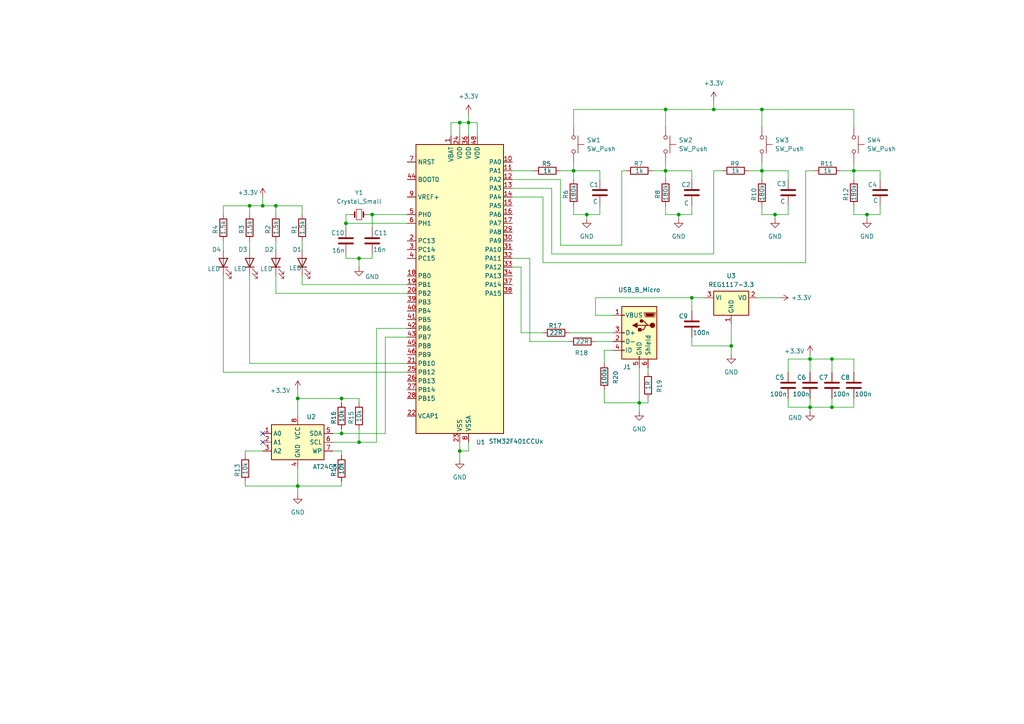
<source format=kicad_sch>
(kicad_sch (version 20250114) (generator "eeschema") (generator_version "9.0")
  (paper "A4")
  (lib_symbols
    (symbol "Connector:USB_B_Micro" (pin_names (offset 1.016))
      (property "Reference" "J" (at -5.08 11.43 0))
      (property "Value" "USB_B_Micro" (at -5.08 8.89 0))
      (symbol "USB_B_Micro_0_1"
        (rectangle (start -5.08 -7.62) (end 5.08 7.62) (stroke (width 0.254)) (fill (type background)))
        (polyline (pts (xy -4.699 5.842) (xy -4.699 5.588) (xy -4.445 4.826) (xy -4.445 4.572) (xy -1.651 4.572) (xy -1.651 4.826) (xy -1.397 5.588) (xy -1.397 5.842) (xy -4.699 5.842)))
        (polyline (pts (xy -4.318 5.588) (xy -1.778 5.588) (xy -2.032 4.826) (xy -4.064 4.826) (xy -4.318 5.588)) (fill (type outline)))
        (circle (center -3.81 2.159) (radius 0.635) (stroke (width 0.254)) (fill (type outline)))
        (polyline (pts (xy -3.175 2.159) (xy -2.54 2.159) (xy -1.27 3.429) (xy -0.635 3.429)) (stroke (width 0.254)))
        (polyline (pts (xy -2.54 2.159) (xy -1.905 2.159) (xy -1.27 0.889) (xy 0 0.889)) (stroke (width 0.254)))
        (polyline (pts (xy -1.905 2.159) (xy 0.635 2.159)) (stroke (width 0.254)))
        (circle (center -0.635 3.429) (radius 0.381) (stroke (width 0.254)) (fill (type outline)))
        (rectangle (start -0.127 -7.62) (end 0.127 -6.858))
        (rectangle (start 0.254 1.27) (end -0.508 0.508) (stroke (width 0.254)) (fill (type outline)))
        (polyline (pts (xy 0.635 2.794) (xy 0.635 1.524) (xy 1.905 2.159) (xy 0.635 2.794)) (stroke (width 0.254)) (fill (type outline)))
        (rectangle (start 5.08 4.953) (end 4.318 5.207))
        (rectangle (start 5.08 -0.127) (end 4.318 0.127))
        (rectangle (start 5.08 -2.667) (end 4.318 -2.413))
        (rectangle (start 5.08 -5.207) (end 4.318 -4.953))
      )
      (symbol "USB_B_Micro_1_1"
        (pin passive line (at -2.54 -10.16 90) (length 2.54) (name "Shield") (number "6"))
        (pin power_out line (at 0 -10.16 90) (length 2.54) (name "GND") (number "5"))
        (pin power_out line (at 7.62 5.08 180) (length 2.54) (name "VBUS") (number "1"))
        (pin bidirectional line (at 7.62 0 180) (length 2.54) (name "D+") (number "3"))
        (pin bidirectional line (at 7.62 -2.54 180) (length 2.54) (name "D-") (number "2"))
        (pin passive line (at 7.62 -5.08 180) (length 2.54) (name "ID") (number "4"))
      )
    )
    (symbol "Device:C" (pin_numbers (hide yes)) (pin_names (offset 0.254))
      (property "Reference" "C" (at 0.635 2.54 0))
      (property "Value" "C" (at 0.635 -2.54 0))
      (symbol "C_0_1"
        (polyline (pts (xy -2.032 0.762) (xy 2.032 0.762)) (stroke (width 0.508)))
        (polyline (pts (xy -2.032 -0.762) (xy 2.032 -0.762)) (stroke (width 0.508)))
      )
      (symbol "C_1_1"
        (pin passive line (at 0 3.81 270) (length 2.794) (name "~") (number "1"))
        (pin passive line (at 0 -3.81 90) (length 2.794) (name "~") (number "2"))
      )
    )
    (symbol "Device:Crystal_Small" (pin_numbers (hide yes)) (pin_names (offset 1.016) (hide yes))
      (property "Reference" "Y" (at 0 2.54 0))
      (property "Value" "Crystal_Small" (at 0 -2.54 0))
      (symbol "Crystal_Small_0_1"
        (polyline (pts (xy -1.27 -0.762) (xy -1.27 0.762)) (stroke (width 0.381)))
        (rectangle (start -0.762 -1.524) (end 0.762 1.524))
        (polyline (pts (xy 1.27 -0.762) (xy 1.27 0.762)) (stroke (width 0.381)))
      )
      (symbol "Crystal_Small_1_1"
        (pin passive line (at -2.54 0 0) (length 1.27) (name "1") (number "1"))
        (pin passive line (at 2.54 0 180) (length 1.27) (name "2") (number "2"))
      )
    )
    (symbol "Device:LED" (pin_numbers (hide yes)) (pin_names (offset 1.016) (hide yes))
      (property "Reference" "D" (at 0 2.54 0))
      (property "Value" "LED" (at 0 -2.54 0))
      (symbol "LED_0_1"
        (polyline (pts (xy -3.048 -0.762) (xy -4.572 -2.286) (xy -3.81 -2.286) (xy -4.572 -2.286) (xy -4.572 -1.524)))
        (polyline (pts (xy -1.778 -0.762) (xy -3.302 -2.286) (xy -2.54 -2.286) (xy -3.302 -2.286) (xy -3.302 -1.524)))
        (polyline (pts (xy -1.27 0) (xy 1.27 0)))
        (polyline (pts (xy -1.27 -1.27) (xy -1.27 1.27)) (stroke (width 0.254)))
        (polyline (pts (xy 1.27 -1.27) (xy 1.27 1.27) (xy -1.27 0) (xy 1.27 -1.27)) (stroke (width 0.254)))
      )
      (symbol "LED_1_1"
        (pin passive line (at -3.81 0 0) (length 2.54) (name "K") (number "1"))
        (pin passive line (at 3.81 0 180) (length 2.54) (name "A") (number "2"))
      )
    )
    (symbol "Device:R" (pin_numbers (hide yes)) (pin_names (offset 0))
      (property "Reference" "R" (at 2.032 0 90))
      (property "Value" "R" (at 0 0 90))
      (symbol "R_0_1"
        (rectangle (start -1.016 -2.54) (end 1.016 2.54) (stroke (width 0.254)))
      )
      (symbol "R_1_1"
        (pin passive line (at 0 3.81 270) (length 1.27) (name "~") (number "1"))
        (pin passive line (at 0 -3.81 90) (length 1.27) (name "~") (number "2"))
      )
    )
    (symbol "MCU_ST_STM32F4:STM32F401CCUx"
      (property "Reference" "U" (at -12.7 44.45 0))
      (property "Value" "STM32F401CCUx" (at 7.62 44.45 0))
      (symbol "STM32F401CCUx_0_1"
        (rectangle (start -12.7 -40.64) (end 12.7 43.18) (stroke (width 0.254)) (fill (type background)))
      )
      (symbol "STM32F401CCUx_1_1"
        (pin input line (at -15.24 38.1 0) (length 2.54) (name "NRST") (number "7"))
        (pin input line (at -15.24 33.02 0) (length 2.54) (name "BOOT0") (number "44"))
        (pin input line (at -15.24 27.94 0) (length 2.54) (name "VREF+") (number "9"))
        (pin bidirectional line (at -15.24 22.86 0) (length 2.54) (name "PH0") (number "5"))
        (pin bidirectional line (at -15.24 20.32 0) (length 2.54) (name "PH1") (number "6"))
        (pin bidirectional line (at -15.24 15.24 0) (length 2.54) (name "PC13") (number "2"))
        (pin bidirectional line (at -15.24 12.7 0) (length 2.54) (name "PC14") (number "3"))
        (pin bidirectional line (at -15.24 10.16 0) (length 2.54) (name "PC15") (number "4"))
        (pin bidirectional line (at -15.24 5.08 0) (length 2.54) (name "PB0") (number "18"))
        (pin bidirectional line (at -15.24 2.54 0) (length 2.54) (name "PB1") (number "19"))
        (pin bidirectional line (at -15.24 0 0) (length 2.54) (name "PB2") (number "20"))
        (pin bidirectional line (at -15.24 -2.54 0) (length 2.54) (name "PB3") (number "39"))
        (pin bidirectional line (at -15.24 -5.08 0) (length 2.54) (name "PB4") (number "40"))
        (pin bidirectional line (at -15.24 -7.62 0) (length 2.54) (name "PB5") (number "41"))
        (pin bidirectional line (at -15.24 -10.16 0) (length 2.54) (name "PB6") (number "42"))
        (pin bidirectional line (at -15.24 -12.7 0) (length 2.54) (name "PB7") (number "43"))
        (pin bidirectional line (at -15.24 -15.24 0) (length 2.54) (name "PB8") (number "45"))
        (pin bidirectional line (at -15.24 -17.78 0) (length 2.54) (name "PB9") (number "46"))
        (pin bidirectional line (at -15.24 -20.32 0) (length 2.54) (name "PB10") (number "21"))
        (pin bidirectional line (at -15.24 -22.86 0) (length 2.54) (name "PB12") (number "25"))
        (pin bidirectional line (at -15.24 -25.4 0) (length 2.54) (name "PB13") (number "26"))
        (pin bidirectional line (at -15.24 -27.94 0) (length 2.54) (name "PB14") (number "27"))
        (pin bidirectional line (at -15.24 -30.48 0) (length 2.54) (name "PB15") (number "28"))
        (pin power_out line (at -15.24 -35.56 0) (length 2.54) (name "VCAP1") (number "22"))
        (pin power_in line (at -2.54 45.72 270) (length 2.54) (name "VBAT") (number "1"))
        (pin power_in line (at 0 45.72 270) (length 2.54) (name "VDD") (number "24"))
        (pin power_in line (at 0 -43.18 90) (length 2.54) (name "VSS") (number "23"))
        (pin passive line (at 0 -43.18 90) (length 2.54) (hide yes) (name "VSS") (number "35"))
        (pin passive line (at 0 -43.18 90) (length 2.54) (hide yes) (name "VSS") (number "47"))
        (pin passive line (at 0 -43.18 90) (length 2.54) (hide yes) (name "VSS") (number "49"))
        (pin power_in line (at 2.54 45.72 270) (length 2.54) (name "VDD") (number "36"))
        (pin power_in line (at 2.54 -43.18 90) (length 2.54) (name "VSSA") (number "8"))
        (pin power_in line (at 5.08 45.72 270) (length 2.54) (name "VDD") (number "48"))
        (pin bidirectional line (at 15.24 38.1 180) (length 2.54) (name "PA0") (number "10"))
        (pin bidirectional line (at 15.24 35.56 180) (length 2.54) (name "PA1") (number "11"))
        (pin bidirectional line (at 15.24 33.02 180) (length 2.54) (name "PA2") (number "12"))
        (pin bidirectional line (at 15.24 30.48 180) (length 2.54) (name "PA3") (number "13"))
        (pin bidirectional line (at 15.24 27.94 180) (length 2.54) (name "PA4") (number "14"))
        (pin bidirectional line (at 15.24 25.4 180) (length 2.54) (name "PA5") (number "15"))
        (pin bidirectional line (at 15.24 22.86 180) (length 2.54) (name "PA6") (number "16"))
        (pin bidirectional line (at 15.24 20.32 180) (length 2.54) (name "PA7") (number "17"))
        (pin bidirectional line (at 15.24 17.78 180) (length 2.54) (name "PA8") (number "29"))
        (pin bidirectional line (at 15.24 15.24 180) (length 2.54) (name "PA9") (number "30"))
        (pin bidirectional line (at 15.24 12.7 180) (length 2.54) (name "PA10") (number "31"))
        (pin bidirectional line (at 15.24 10.16 180) (length 2.54) (name "PA11") (number "32"))
        (pin bidirectional line (at 15.24 7.62 180) (length 2.54) (name "PA12") (number "33"))
        (pin bidirectional line (at 15.24 5.08 180) (length 2.54) (name "PA13") (number "34"))
        (pin bidirectional line (at 15.24 2.54 180) (length 2.54) (name "PA14") (number "37"))
        (pin bidirectional line (at 15.24 0 180) (length 2.54) (name "PA15") (number "38"))
      )
    )
    (symbol "Memory_EEPROM:AT24CS32-MAHM"
      (property "Reference" "U" (at -7.62 6.35 0))
      (property "Value" "AT24CS32-MAHM" (at 2.54 -6.35 0))
      (symbol "AT24CS32-MAHM_1_1"
        (rectangle (start -7.62 5.08) (end 7.62 -5.08) (stroke (width 0.254)) (fill (type background)))
        (pin input line (at -10.16 2.54 0) (length 2.54) (name "A0") (number "1"))
        (pin input line (at -10.16 0 0) (length 2.54) (name "A1") (number "2"))
        (pin input line (at -10.16 -2.54 0) (length 2.54) (name "A2") (number "3"))
        (pin power_in line (at 0 7.62 270) (length 2.54) (name "VCC") (number "8"))
        (pin power_in line (at 0 -7.62 90) (length 2.54) (name "GND") (number "4"))
        (pin passive line (at 0 -7.62 90) (length 2.54) (hide yes) (name "GND") (number "9"))
        (pin bidirectional line (at 10.16 2.54 180) (length 2.54) (name "SDA") (number "5"))
        (pin input line (at 10.16 0 180) (length 2.54) (name "SCL") (number "6"))
        (pin input line (at 10.16 -2.54 180) (length 2.54) (name "WP") (number "7"))
      )
    )
    (symbol "Regulator_Linear:AMS1117-3.3"
      (property "Reference" "U" (at -3.81 3.175 0))
      (property "Value" "AMS1117-3.3" (at 0 3.175 0))
      (symbol "AMS1117-3.3_0_1"
        (rectangle (start -5.08 -5.08) (end 5.08 1.905) (stroke (width 0.254)) (fill (type background)))
      )
      (symbol "AMS1117-3.3_1_1"
        (pin power_in line (at -7.62 0 0) (length 2.54) (name "VI") (number "3"))
        (pin power_in line (at 0 -7.62 90) (length 2.54) (name "GND") (number "1"))
        (pin power_out line (at 7.62 0 180) (length 2.54) (name "VO") (number "2"))
      )
    )
    (symbol "Switch:SW_Push" (pin_numbers (hide yes)) (pin_names (offset 1.016) (hide yes))
      (property "Reference" "SW" (at 1.27 2.54 0))
      (property "Value" "SW_Push" (at 0 -1.524 0))
      (symbol "SW_Push_0_1"
        (circle (center -2.032 0) (radius 0.508))
        (polyline (pts (xy 0 1.27) (xy 0 3.048)))
        (circle (center 2.032 0) (radius 0.508))
        (polyline (pts (xy 2.54 1.27) (xy -2.54 1.27)))
        (pin passive line (at -5.08 0 0) (length 2.54) (name "1") (number "1"))
        (pin passive line (at 5.08 0 180) (length 2.54) (name "2") (number "2"))
      )
    )
    (symbol "power:+3.3V" (power) (pin_numbers (hide yes)) (pin_names (offset 0) (hide yes))
      (property "Value" "+3.3V" (at 0 3.556 0))
      (symbol "+3.3V_0_1"
        (polyline (pts (xy -0.762 1.27) (xy 0 2.54)))
        (polyline (pts (xy 0 2.54) (xy 0.762 1.27)))
        (polyline (pts (xy 0 0) (xy 0 2.54)))
      )
      (symbol "+3.3V_1_1"
        (pin power_in line (at 0 0 90) (length 0) (name "~") (number "1"))
      )
    )
    (symbol "power:GND" (power) (pin_numbers (hide yes)) (pin_names (offset 0) (hide yes))
      (property "Value" "GND" (at 0 -3.81 0))
      (symbol "GND_0_1"
        (polyline (pts (xy 0 0) (xy 0 -1.27) (xy 1.27 -1.27) (xy 0 -2.54) (xy -1.27 -1.27) (xy 0 -1.27)))
      )
      (symbol "GND_1_1"
        (pin power_in line (at 0 0 270) (length 0) (name "~") (number "1"))
      )
    )
  )
  (junction (at 196.85 62.23))
  (junction (at 133.35 35.56))
  (junction (at 200.66 86.36))
  (junction (at 207.01 31.75))
  (junction (at 234.95 104.14))
  (junction (at 234.95 118.11))
  (junction (at 99.06 115.57))
  (junction (at 135.89 35.56))
  (junction (at 76.2 59.69))
  (junction (at 247.65 49.53))
  (junction (at 241.3 118.11))
  (junction (at 80.01 59.69))
  (junction (at 107.95 62.23))
  (junction (at 193.04 31.75))
  (junction (at 72.39 59.69))
  (junction (at 133.35 130.81))
  (junction (at 104.14 128.27))
  (junction (at 170.18 62.23))
  (junction (at 251.46 62.23))
  (junction (at 224.79 62.23))
  (junction (at 99.06 125.73))
  (junction (at 100.33 64.77))
  (junction (at 104.14 74.93))
  (junction (at 86.36 115.57))
  (junction (at 241.3 104.14))
  (junction (at 193.04 49.53))
  (junction (at 166.37 49.53))
  (junction (at 185.42 116.84))
  (junction (at 212.09 100.33))
  (junction (at 86.36 140.97))
  (junction (at 220.98 49.53))
  (junction (at 220.98 31.75))
  (no_connect (at 76.2 128.27))
  (no_connect (at 76.2 125.73))
  (wire (pts (xy 220.98 62.23) (xy 224.79 62.23)))
  (wire (pts (xy 228.6 118.11) (xy 234.95 118.11)))
  (wire (pts (xy 162.56 49.53) (xy 166.37 49.53)))
  (wire (pts (xy 228.6 52.07) (xy 228.6 49.53)))
  (wire (pts (xy 165.1 96.52) (xy 177.8 96.52)))
  (wire (pts (xy 86.36 140.97) (xy 86.36 143.51)))
  (wire (pts (xy 99.06 125.73) (xy 111.76 125.73)))
  (wire (pts (xy 104.14 74.93) (xy 104.14 77.47)))
  (wire (pts (xy 133.35 35.56) (xy 133.35 39.37)))
  (wire (pts (xy 180.34 49.53) (xy 181.61 49.53)))
  (wire (pts (xy 243.84 49.53) (xy 247.65 49.53)))
  (wire (pts (xy 228.6 107.95) (xy 228.6 104.14)))
  (wire (pts (xy 100.33 64.77) (xy 100.33 66.04)))
  (wire (pts (xy 247.65 62.23) (xy 251.46 62.23)))
  (wire (pts (xy 193.04 46.99) (xy 193.04 49.53)))
  (wire (pts (xy 162.56 71.12) (xy 180.34 71.12)))
  (wire (pts (xy 72.39 105.41) (xy 72.39 80.01)))
  (wire (pts (xy 233.68 76.2) (xy 233.68 49.53)))
  (wire (pts (xy 86.36 113.03) (xy 86.36 115.57)))
  (wire (pts (xy 71.12 132.08) (xy 71.12 130.81)))
  (wire (pts (xy 228.6 104.14) (xy 234.95 104.14)))
  (wire (pts (xy 220.98 31.75) (xy 247.65 31.75)))
  (wire (pts (xy 87.63 59.69) (xy 87.63 62.23)))
  (wire (pts (xy 133.35 130.81) (xy 135.89 130.81)))
  (wire (pts (xy 166.37 49.53) (xy 166.37 52.07)))
  (wire (pts (xy 234.95 104.14) (xy 234.95 107.95)))
  (wire (pts (xy 170.18 62.23) (xy 173.99 62.23)))
  (wire (pts (xy 100.33 64.77) (xy 118.11 64.77)))
  (wire (pts (xy 71.12 130.81) (xy 76.2 130.81)))
  (wire (pts (xy 148.59 52.07) (xy 162.56 52.07)))
  (wire (pts (xy 241.3 104.14) (xy 241.3 107.95)))
  (wire (pts (xy 175.26 113.03) (xy 175.26 116.84)))
  (wire (pts (xy 247.65 31.75) (xy 247.65 36.83)))
  (wire (pts (xy 217.17 49.53) (xy 220.98 49.53)))
  (wire (pts (xy 196.85 63.5) (xy 196.85 62.23)))
  (wire (pts (xy 71.12 139.7) (xy 71.12 140.97)))
  (wire (pts (xy 166.37 46.99) (xy 166.37 49.53)))
  (wire (pts (xy 160.02 54.61) (xy 160.02 73.66)))
  (wire (pts (xy 187.96 116.84) (xy 187.96 115.57)))
  (wire (pts (xy 172.72 91.44) (xy 172.72 86.36)))
  (wire (pts (xy 99.06 125.73) (xy 99.06 124.46)))
  (wire (pts (xy 104.14 124.46) (xy 104.14 128.27)))
  (wire (pts (xy 220.98 59.69) (xy 220.98 62.23)))
  (wire (pts (xy 200.66 97.79) (xy 200.66 100.33)))
  (wire (pts (xy 234.95 102.87) (xy 234.95 104.14)))
  (wire (pts (xy 193.04 31.75) (xy 207.01 31.75)))
  (wire (pts (xy 185.42 116.84) (xy 187.96 116.84)))
  (wire (pts (xy 151.13 96.52) (xy 157.48 96.52)))
  (wire (pts (xy 228.6 115.57) (xy 228.6 118.11)))
  (wire (pts (xy 148.59 57.15) (xy 157.48 57.15)))
  (wire (pts (xy 107.95 62.23) (xy 118.11 62.23)))
  (wire (pts (xy 185.42 116.84) (xy 185.42 119.38)))
  (wire (pts (xy 251.46 62.23) (xy 251.46 63.5)))
  (wire (pts (xy 187.96 107.95) (xy 187.96 106.68)))
  (wire (pts (xy 166.37 31.75) (xy 193.04 31.75)))
  (wire (pts (xy 200.66 86.36) (xy 204.47 86.36)))
  (wire (pts (xy 173.99 49.53) (xy 166.37 49.53)))
  (wire (pts (xy 104.14 74.93) (xy 107.95 74.93)))
  (wire (pts (xy 212.09 102.87) (xy 212.09 100.33)))
  (wire (pts (xy 80.01 85.09) (xy 80.01 80.01)))
  (wire (pts (xy 220.98 49.53) (xy 220.98 52.07)))
  (wire (pts (xy 173.99 52.07) (xy 173.99 49.53)))
  (wire (pts (xy 200.66 62.23) (xy 200.66 59.69)))
  (wire (pts (xy 162.56 52.07) (xy 162.56 71.12)))
  (wire (pts (xy 234.95 118.11) (xy 241.3 118.11)))
  (wire (pts (xy 207.01 73.66) (xy 207.01 49.53)))
  (wire (pts (xy 241.3 104.14) (xy 247.65 104.14)))
  (wire (pts (xy 193.04 59.69) (xy 193.04 62.23)))
  (wire (pts (xy 196.85 62.23) (xy 200.66 62.23)))
  (wire (pts (xy 148.59 77.47) (xy 151.13 77.47)))
  (wire (pts (xy 207.01 31.75) (xy 220.98 31.75)))
  (wire (pts (xy 86.36 140.97) (xy 99.06 140.97)))
  (wire (pts (xy 104.14 128.27) (xy 96.52 128.27)))
  (wire (pts (xy 193.04 31.75) (xy 193.04 36.83)))
  (wire (pts (xy 138.43 35.56) (xy 138.43 39.37)))
  (wire (pts (xy 87.63 80.01) (xy 87.63 82.55)))
  (wire (pts (xy 157.48 76.2) (xy 233.68 76.2)))
  (wire (pts (xy 135.89 130.81) (xy 135.89 128.27)))
  (wire (pts (xy 241.3 118.11) (xy 247.65 118.11)))
  (wire (pts (xy 224.79 62.23) (xy 224.79 63.5)))
  (wire (pts (xy 76.2 57.15) (xy 76.2 59.69)))
  (wire (pts (xy 99.06 115.57) (xy 86.36 115.57)))
  (wire (pts (xy 130.81 39.37) (xy 130.81 35.56)))
  (wire (pts (xy 64.77 107.95) (xy 64.77 80.01)))
  (wire (pts (xy 220.98 46.99) (xy 220.98 49.53)))
  (wire (pts (xy 228.6 49.53) (xy 220.98 49.53)))
  (wire (pts (xy 133.35 128.27) (xy 133.35 130.81)))
  (wire (pts (xy 193.04 49.53) (xy 193.04 52.07)))
  (wire (pts (xy 99.06 116.84) (xy 99.06 115.57)))
  (wire (pts (xy 185.42 106.68) (xy 185.42 116.84)))
  (wire (pts (xy 86.36 115.57) (xy 86.36 120.65)))
  (wire (pts (xy 170.18 62.23) (xy 170.18 63.5)))
  (wire (pts (xy 157.48 57.15) (xy 157.48 76.2)))
  (wire (pts (xy 86.36 135.89) (xy 86.36 140.97)))
  (wire (pts (xy 160.02 73.66) (xy 207.01 73.66)))
  (wire (pts (xy 96.52 130.81) (xy 99.06 130.81)))
  (wire (pts (xy 107.95 74.93) (xy 107.95 73.66)))
  (wire (pts (xy 135.89 35.56) (xy 135.89 39.37)))
  (wire (pts (xy 177.8 101.6) (xy 175.26 101.6)))
  (wire (pts (xy 99.06 139.7) (xy 99.06 140.97)))
  (wire (pts (xy 104.14 116.84) (xy 104.14 115.57)))
  (wire (pts (xy 80.01 59.69) (xy 87.63 59.69)))
  (wire (pts (xy 133.35 35.56) (xy 135.89 35.56)))
  (wire (pts (xy 64.77 59.69) (xy 72.39 59.69)))
  (wire (pts (xy 247.65 104.14) (xy 247.65 107.95)))
  (wire (pts (xy 177.8 99.06) (xy 172.72 99.06)))
  (wire (pts (xy 200.66 52.07) (xy 200.66 49.53)))
  (wire (pts (xy 76.2 59.69) (xy 80.01 59.69)))
  (wire (pts (xy 233.68 49.53) (xy 236.22 49.53)))
  (wire (pts (xy 226.06 86.36) (xy 219.71 86.36)))
  (wire (pts (xy 109.22 95.25) (xy 109.22 128.27)))
  (wire (pts (xy 177.8 91.44) (xy 172.72 91.44)))
  (wire (pts (xy 111.76 97.79) (xy 118.11 97.79)))
  (wire (pts (xy 166.37 59.69) (xy 166.37 62.23)))
  (wire (pts (xy 148.59 54.61) (xy 160.02 54.61)))
  (wire (pts (xy 80.01 69.85) (xy 80.01 72.39)))
  (wire (pts (xy 165.1 99.06) (xy 153.67 99.06)))
  (wire (pts (xy 71.12 140.97) (xy 86.36 140.97)))
  (wire (pts (xy 109.22 128.27) (xy 104.14 128.27)))
  (wire (pts (xy 247.65 59.69) (xy 247.65 62.23)))
  (wire (pts (xy 80.01 85.09) (xy 118.11 85.09)))
  (wire (pts (xy 255.27 62.23) (xy 255.27 59.69)))
  (wire (pts (xy 80.01 59.69) (xy 80.01 62.23)))
  (wire (pts (xy 166.37 36.83) (xy 166.37 31.75)))
  (wire (pts (xy 130.81 35.56) (xy 133.35 35.56)))
  (wire (pts (xy 153.67 99.06) (xy 153.67 74.93)))
  (wire (pts (xy 255.27 52.07) (xy 255.27 49.53)))
  (wire (pts (xy 200.66 100.33) (xy 212.09 100.33)))
  (wire (pts (xy 64.77 69.85) (xy 64.77 72.39)))
  (wire (pts (xy 118.11 107.95) (xy 64.77 107.95)))
  (wire (pts (xy 207.01 29.21) (xy 207.01 31.75)))
  (wire (pts (xy 200.66 86.36) (xy 200.66 90.17)))
  (wire (pts (xy 247.65 49.53) (xy 247.65 52.07)))
  (wire (pts (xy 100.33 62.23) (xy 100.33 64.77)))
  (wire (pts (xy 207.01 49.53) (xy 209.55 49.53)))
  (wire (pts (xy 193.04 62.23) (xy 196.85 62.23)))
  (wire (pts (xy 175.26 116.84) (xy 185.42 116.84)))
  (wire (pts (xy 111.76 125.73) (xy 111.76 97.79)))
  (wire (pts (xy 135.89 33.02) (xy 135.89 35.56)))
  (wire (pts (xy 133.35 130.81) (xy 133.35 133.35)))
  (wire (pts (xy 234.95 118.11) (xy 234.95 119.38)))
  (wire (pts (xy 180.34 71.12) (xy 180.34 49.53)))
  (wire (pts (xy 172.72 86.36) (xy 200.66 86.36)))
  (wire (pts (xy 100.33 62.23) (xy 101.6 62.23)))
  (wire (pts (xy 64.77 59.69) (xy 64.77 62.23)))
  (wire (pts (xy 234.95 104.14) (xy 241.3 104.14)))
  (wire (pts (xy 106.68 62.23) (xy 107.95 62.23)))
  (wire (pts (xy 228.6 62.23) (xy 228.6 59.69)))
  (wire (pts (xy 247.65 118.11) (xy 247.65 115.57)))
  (wire (pts (xy 173.99 62.23) (xy 173.99 59.69)))
  (wire (pts (xy 118.11 95.25) (xy 109.22 95.25)))
  (wire (pts (xy 241.3 115.57) (xy 241.3 118.11)))
  (wire (pts (xy 100.33 74.93) (xy 104.14 74.93)))
  (wire (pts (xy 255.27 49.53) (xy 247.65 49.53)))
  (wire (pts (xy 87.63 82.55) (xy 118.11 82.55)))
  (wire (pts (xy 96.52 125.73) (xy 99.06 125.73)))
  (wire (pts (xy 151.13 77.47) (xy 151.13 96.52)))
  (wire (pts (xy 212.09 93.98) (xy 212.09 100.33)))
  (wire (pts (xy 107.95 62.23) (xy 107.95 66.04)))
  (wire (pts (xy 118.11 105.41) (xy 72.39 105.41)))
  (wire (pts (xy 72.39 69.85) (xy 72.39 72.39)))
  (wire (pts (xy 135.89 35.56) (xy 138.43 35.56)))
  (wire (pts (xy 175.26 101.6) (xy 175.26 105.41)))
  (wire (pts (xy 87.63 69.85) (xy 87.63 72.39)))
  (wire (pts (xy 153.67 74.93) (xy 148.59 74.93)))
  (wire (pts (xy 104.14 115.57) (xy 99.06 115.57)))
  (wire (pts (xy 148.59 49.53) (xy 154.94 49.53)))
  (wire (pts (xy 189.23 49.53) (xy 193.04 49.53)))
  (wire (pts (xy 100.33 73.66) (xy 100.33 74.93)))
  (wire (pts (xy 200.66 49.53) (xy 193.04 49.53)))
  (wire (pts (xy 166.37 62.23) (xy 170.18 62.23)))
  (wire (pts (xy 99.06 130.81) (xy 99.06 132.08)))
  (wire (pts (xy 72.39 59.69) (xy 76.2 59.69)))
  (wire (pts (xy 234.95 115.57) (xy 234.95 118.11)))
  (wire (pts (xy 247.65 46.99) (xy 247.65 49.53)))
  (wire (pts (xy 251.46 62.23) (xy 255.27 62.23)))
  (wire (pts (xy 220.98 36.83) (xy 220.98 31.75)))
  (wire (pts (xy 72.39 59.69) (xy 72.39 62.23)))
  (wire (pts (xy 224.79 62.23) (xy 228.6 62.23)))
  (symbol (lib_id "power:GND") (at 133.35 133.35 0) (unit 1)
    (property "Reference" "#PWR010" (effects (hide yes)))
    (property "Value" "GND" (at 133.35 138.43 0))
    (property "Description" "Power symbol creates a global label with name \"GND\" , ground" (effects (hide yes)))
  )
  (symbol (lib_id "Device:R") (at 240.03 49.53 270) (unit 1)
    (property "Reference" "R11" (at 239.776 47.498 90))
    (property "Value" "1k" (at 240.03 49.53 90))
    (property "Description" "Resistor" (effects (hide yes)))
  )
  (symbol (lib_id "Device:LED") (at 87.63 76.2 90) (unit 1)
    (property "Reference" "D1" (at 84.836 72.39 90) (effects (justify right)))
    (property "Value" "LED" (at 83.82 77.724 90) (effects (justify right)))
    (property "Description" "Light emitting diode" (effects (hide yes)))
    (property "Sim.Pins" "1=K 2=A" (effects (hide yes)))
  )
  (symbol (lib_id "power:+3.3V") (at 226.06 86.36 270) (unit 1)
    (property "Reference" "#PWR015" (effects (hide yes)))
    (property "Value" "+3.3V" (at 232.41 86.36 90))
    (property "Description" "Power symbol creates a global label with name \"+3.3V\"" (effects (hide yes)))
  )
  (symbol (lib_id "power:GND") (at 170.18 63.5 0) (unit 1)
    (property "Reference" "#PWR05" (effects (hide yes)))
    (property "Value" "GND" (at 170.18 68.58 0))
    (property "Description" "Power symbol creates a global label with name \"GND\" , ground" (effects (hide yes)))
  )
  (symbol (lib_id "power:GND") (at 251.46 63.5 0) (unit 1)
    (property "Reference" "#PWR02" (effects (hide yes)))
    (property "Value" "GND" (at 251.46 68.58 0))
    (property "Description" "Power symbol creates a global label with name \"GND\" , ground" (effects (hide yes)))
  )
  (symbol (lib_id "Connector:USB_B_Micro") (at 185.42 96.52 0) (mirror y) (unit 1)
    (property "Reference" "J1" (at 181.864 106.426 0))
    (property "Value" "USB_B_Micro" (at 185.42 84.074 0))
    (property "Description" "USB Micro Type B connector" (effects (hide yes)))
  )
  (symbol (lib_id "Regulator_Linear:AMS1117-3.3") (at 212.09 86.36 0) (unit 1)
    (property "Reference" "U3" (at 212.09 80.01 0))
    (property "Value" "REG1117-3.3" (at 212.09 82.55 0))
    (property "Footprint" "Package_TO_SOT_SMD:SOT-223-3_TabPin2" (effects (hide yes)))
    (property "Datasheet" "http://www.advanced-monolithic.com/pdf/ds1117.pdf" (effects (hide yes)))
    (property "Description" "1A Low Dropout regulator, positive, 3.3V fixed output, SOT-223" (effects (hide yes)))
  )
  (symbol (lib_id "Device:C") (at 247.65 111.76 0) (unit 1)
    (property "Reference" "C8" (at 243.84 109.474 0) (effects (justify left)))
    (property "Value" "100n" (at 247.904 114.3 0) (effects (justify left)))
    (property "Description" "Unpolarized capacitor" (effects (hide yes)))
  )
  (symbol (lib_id "power:+3.3V") (at 86.36 113.03 0) (unit 1)
    (property "Reference" "#PWR07" (effects (hide yes)))
    (property "Value" "+3.3V" (at 81.28 113.284 0))
    (property "Description" "Power symbol creates a global label with name \"+3.3V\"" (effects (hide yes)))
  )
  (symbol (lib_id "Device:C") (at 241.3 111.76 0) (unit 1)
    (property "Reference" "C7" (at 237.49 109.474 0) (effects (justify left)))
    (property "Value" "100n" (at 241.554 114.3 0) (effects (justify left)))
    (property "Description" "Unpolarized capacitor" (effects (hide yes)))
  )
  (symbol (lib_id "MCU_ST_STM32F4:STM32F401CCUx") (at 133.35 85.09 0) (unit 1)
    (property "Reference" "U1" (at 138.0333 128.27 0) (effects (justify left)))
    (property "Value" "STM32F401CCUx" (at 141.732 128.016 0) (effects (justify left)))
    (property "Footprint" "Package_DFN_QFN:QFN-48-1EP_7x7mm_P0.5mm_EP5.6x5.6mm" (effects (hide yes)))
    (property "Datasheet" "https://www.st.com/resource/en/datasheet/stm32f401cc.pdf" (effects (hide yes)))
    (property "Description" "STMicroelectronics Arm Cortex-M4 MCU, 256KB flash, 64KB RAM, 84 MHz, 1.7-3.6V, 36 GPIO, UFQFPN48" (effects (hide yes)))
  )
  (symbol (lib_id "Device:R") (at 87.63 66.04 180) (unit 1)
    (property "Reference" "R1" (at 85.344 66.548 90))
    (property "Value" "1.5k" (at 87.63 66.04 90))
    (property "Description" "Resistor" (effects (hide yes)))
  )
  (symbol (lib_id "power:GND") (at 104.14 77.47 0) (unit 1)
    (property "Reference" "#PWR016" (effects (hide yes)))
    (property "Value" "GND" (at 107.95 80.264 0))
    (property "Description" "Power symbol creates a global label with name \"GND\" , ground" (effects (hide yes)))
  )
  (symbol (lib_id "Switch:SW_Push") (at 193.04 41.91 270) (unit 1)
    (property "Reference" "SW2" (at 196.85 40.6399 90) (effects (justify left)))
    (property "Value" "SW_Push" (at 196.85 43.1799 90) (effects (justify left)))
    (property "Description" "Push button switch, generic, two pins" (effects (hide yes)))
  )
  (symbol (lib_id "Device:C") (at 200.66 55.88 0) (unit 1)
    (property "Reference" "C2" (at 197.612 53.594 0) (effects (justify left)))
    (property "Value" "C" (at 198.374 58.928 0) (effects (justify left)))
    (property "Description" "Unpolarized capacitor" (effects (hide yes)))
  )
  (symbol (lib_id "Device:R") (at 185.42 49.53 270) (unit 1)
    (property "Reference" "R7" (at 185.166 47.498 90))
    (property "Value" "1k" (at 185.42 49.53 90))
    (property "Description" "Resistor" (effects (hide yes)))
  )
  (symbol (lib_id "Device:R") (at 247.65 55.88 180) (unit 1)
    (property "Reference" "R12" (at 245.364 56.388 90))
    (property "Value" "180k" (at 247.65 55.88 90))
    (property "Description" "Resistor" (effects (hide yes)))
  )
  (symbol (lib_id "Device:R") (at 161.29 96.52 270) (unit 1)
    (property "Reference" "R17" (at 161.036 94.488 90))
    (property "Value" "22R" (at 161.29 96.52 90))
    (property "Description" "Resistor" (effects (hide yes)))
  )
  (symbol (lib_id "Device:R") (at 168.91 99.06 270) (unit 1)
    (property "Reference" "R18" (at 168.656 102.362 90))
    (property "Value" "22R" (at 168.91 99.06 90))
    (property "Description" "Resistor" (effects (hide yes)))
  )
  (symbol (lib_id "Memory_EEPROM:AT24CS32-MAHM") (at 86.36 128.27 0) (unit 1)
    (property "Reference" "U2" (at 88.9 120.904 0) (effects (justify left)))
    (property "Value" "AT24C32" (at 90.678 135.382 0) (effects (justify left)))
    (property "Footprint" "Package_DFN_QFN:DFN-8-1EP_3x2mm_P0.5mm_EP1.3x1.5mm" (effects (hide yes)))
    (property "Datasheet" "http://ww1.microchip.com/downloads/en/DeviceDoc/Atmel-8869-SEEPROM-AT24CS32-Datasheet.pdf" (effects (hide yes)))
    (property "Description" "I2C Serial EEPROM, 32Kb (4096x8) with Unique Serial Number, UDFN8" (effects (hide yes)))
  )
  (symbol (lib_id "Device:LED") (at 72.39 76.2 90) (unit 1)
    (property "Reference" "D3" (at 69.088 72.39 90) (effects (justify right)))
    (property "Value" "LED" (at 67.818 77.978 90) (effects (justify right)))
    (property "Description" "Light emitting diode" (effects (hide yes)))
    (property "Sim.Pins" "1=K 2=A" (effects (hide yes)))
  )
  (symbol (lib_id "Switch:SW_Push") (at 220.98 41.91 270) (unit 1)
    (property "Reference" "SW3" (at 224.79 40.6399 90) (effects (justify left)))
    (property "Value" "SW_Push" (at 224.79 43.1799 90) (effects (justify left)))
    (property "Description" "Push button switch, generic, two pins" (effects (hide yes)))
  )
  (symbol (lib_id "power:+3.3V") (at 207.01 29.21 0) (unit 1)
    (property "Reference" "#PWR06" (effects (hide yes)))
    (property "Value" "+3.3V" (at 207.01 24.13 0))
    (property "Description" "Power symbol creates a global label with name \"+3.3V\"" (effects (hide yes)))
  )
  (symbol (lib_id "power:+3.3V") (at 76.2 57.15 0) (unit 1)
    (property "Reference" "#PWR01" (effects (hide yes)))
    (property "Value" "+3.3V" (at 71.882 55.88 0))
    (property "Description" "Power symbol creates a global label with name \"+3.3V\"" (effects (hide yes)))
  )
  (symbol (lib_id "Device:C") (at 234.95 111.76 0) (unit 1)
    (property "Reference" "C6" (at 231.14 109.474 0) (effects (justify left)))
    (property "Value" "100n" (at 229.87 114.3 0) (effects (justify left)))
    (property "Description" "Unpolarized capacitor" (effects (hide yes)))
  )
  (symbol (lib_id "Switch:SW_Push") (at 247.65 41.91 270) (unit 1)
    (property "Reference" "SW4" (at 251.46 40.6399 90) (effects (justify left)))
    (property "Value" "SW_Push" (at 251.46 43.1799 90) (effects (justify left)))
    (property "Description" "Push button switch, generic, two pins" (effects (hide yes)))
  )
  (symbol (lib_id "Device:R") (at 99.06 135.89 180) (unit 1)
    (property "Reference" "R14" (at 96.774 136.398 90))
    (property "Value" "10k" (at 99.06 135.89 90))
    (property "Description" "Resistor" (effects (hide yes)))
  )
  (symbol (lib_id "Device:C") (at 173.99 55.88 0) (unit 1)
    (property "Reference" "C1" (at 170.942 53.594 0) (effects (justify left)))
    (property "Value" "C" (at 171.958 58.42 0) (effects (justify left)))
    (property "Description" "Unpolarized capacitor" (effects (hide yes)))
  )
  (symbol (lib_id "Device:C") (at 100.33 69.85 0) (unit 1)
    (property "Reference" "C10" (at 96.012 67.564 0) (effects (justify left)))
    (property "Value" "16n" (at 96.266 72.644 0) (effects (justify left)))
    (property "Description" "Unpolarized capacitor" (effects (hide yes)))
  )
  (symbol (lib_id "power:GND") (at 185.42 119.38 0) (unit 1)
    (property "Reference" "#PWR013" (effects (hide yes)))
    (property "Value" "GND" (at 185.42 124.46 0))
    (property "Description" "Power symbol creates a global label with name \"GND\" , ground" (effects (hide yes)))
  )
  (symbol (lib_id "Device:R") (at 64.77 66.04 180) (unit 1)
    (property "Reference" "R4" (at 62.484 66.548 90))
    (property "Value" "1.5k" (at 64.77 66.04 90))
    (property "Description" "Resistor" (effects (hide yes)))
  )
  (symbol (lib_id "Device:R") (at 193.04 55.88 180) (unit 1)
    (property "Reference" "R8" (at 190.754 56.388 90))
    (property "Value" "180k" (at 193.04 55.88 90))
    (property "Description" "Resistor" (effects (hide yes)))
  )
  (symbol (lib_id "Device:R") (at 99.06 120.65 180) (unit 1)
    (property "Reference" "R16" (at 96.774 121.158 90))
    (property "Value" "10k" (at 99.06 120.65 90))
    (property "Description" "Resistor" (effects (hide yes)))
  )
  (symbol (lib_id "Switch:SW_Push") (at 166.37 41.91 270) (unit 1)
    (property "Reference" "SW1" (at 170.18 40.6399 90) (effects (justify left)))
    (property "Value" "SW_Push" (at 170.18 43.1799 90) (effects (justify left)))
    (property "Description" "Push button switch, generic, two pins" (effects (hide yes)))
  )
  (symbol (lib_id "Device:LED") (at 64.77 76.2 90) (unit 1)
    (property "Reference" "D4" (at 61.468 72.39 90) (effects (justify right)))
    (property "Value" "LED" (at 60.198 77.978 90) (effects (justify right)))
    (property "Description" "Light emitting diode" (effects (hide yes)))
    (property "Sim.Pins" "1=K 2=A" (effects (hide yes)))
  )
  (symbol (lib_id "power:+3.3V") (at 234.95 102.87 0) (unit 1)
    (property "Reference" "#PWR012" (effects (hide yes)))
    (property "Value" "+3.3V" (at 230.378 101.854 0))
    (property "Description" "Power symbol creates a global label with name \"+3.3V\"" (effects (hide yes)))
  )
  (symbol (lib_id "Device:R") (at 158.75 49.53 270) (unit 1)
    (property "Reference" "R5" (at 158.496 47.498 90))
    (property "Value" "1k" (at 158.75 49.53 90))
    (property "Description" "Resistor" (effects (hide yes)))
  )
  (symbol (lib_id "Device:R") (at 80.01 66.04 180) (unit 1)
    (property "Reference" "R2" (at 77.724 66.548 90))
    (property "Value" "1.5k" (at 80.01 66.04 90))
    (property "Description" "Resistor" (effects (hide yes)))
  )
  (symbol (lib_id "power:GND") (at 196.85 63.5 0) (unit 1)
    (property "Reference" "#PWR04" (effects (hide yes)))
    (property "Value" "GND" (at 196.85 68.58 0))
    (property "Description" "Power symbol creates a global label with name \"GND\" , ground" (effects (hide yes)))
  )
  (symbol (lib_id "power:GND") (at 234.95 119.38 0) (unit 1)
    (property "Reference" "#PWR011" (effects (hide yes)))
    (property "Value" "GND" (at 230.632 121.158 0))
    (property "Description" "Power symbol creates a global label with name \"GND\" , ground" (effects (hide yes)))
  )
  (symbol (lib_id "Device:R") (at 220.98 55.88 180) (unit 1)
    (property "Reference" "R10" (at 218.694 56.388 90))
    (property "Value" "180k" (at 220.98 55.88 90))
    (property "Description" "Resistor" (effects (hide yes)))
  )
  (symbol (lib_id "power:GND") (at 86.36 143.51 0) (unit 1)
    (property "Reference" "#PWR08" (effects (hide yes)))
    (property "Value" "GND" (at 86.36 148.59 0))
    (property "Description" "Power symbol creates a global label with name \"GND\" , ground" (effects (hide yes)))
  )
  (symbol (lib_id "Device:R") (at 187.96 111.76 0) (unit 1)
    (property "Reference" "R19" (at 191.262 112.014 90))
    (property "Value" "1R" (at 187.96 111.76 90))
    (property "Description" "Resistor" (effects (hide yes)))
  )
  (symbol (lib_id "Device:R") (at 175.26 109.22 0) (unit 1)
    (property "Reference" "R20" (at 178.562 109.474 90))
    (property "Value" "100k" (at 175.26 109.22 90))
    (property "Description" "Resistor" (effects (hide yes)))
  )
  (symbol (lib_id "Device:LED") (at 80.01 76.2 90) (unit 1)
    (property "Reference" "D2" (at 76.708 72.39 90) (effects (justify right)))
    (property "Value" "LED" (at 75.438 77.978 90) (effects (justify right)))
    (property "Description" "Light emitting diode" (effects (hide yes)))
    (property "Sim.Pins" "1=K 2=A" (effects (hide yes)))
  )
  (symbol (lib_id "power:GND") (at 224.79 63.5 0) (unit 1)
    (property "Reference" "#PWR03" (effects (hide yes)))
    (property "Value" "GND" (at 224.79 68.58 0))
    (property "Description" "Power symbol creates a global label with name \"GND\" , ground" (effects (hide yes)))
  )
  (symbol (lib_id "Device:R") (at 72.39 66.04 180) (unit 1)
    (property "Reference" "R3" (at 70.104 66.548 90))
    (property "Value" "1.5k" (at 72.39 66.04 90))
    (property "Description" "Resistor" (effects (hide yes)))
  )
  (symbol (lib_id "Device:C") (at 255.27 55.88 0) (unit 1)
    (property "Reference" "C4" (at 251.714 53.594 0) (effects (justify left)))
    (property "Value" "C" (at 253.238 58.166 0) (effects (justify left)))
    (property "Description" "Unpolarized capacitor" (effects (hide yes)))
  )
  (symbol (lib_id "Device:C") (at 228.6 111.76 0) (unit 1)
    (property "Reference" "C5" (at 224.79 109.474 0) (effects (justify left)))
    (property "Value" "100n" (at 223.266 114.3 0) (effects (justify left)))
    (property "Description" "Unpolarized capacitor" (effects (hide yes)))
  )
  (symbol (lib_id "power:GND") (at 212.09 102.87 0) (unit 1)
    (property "Reference" "#PWR014" (effects (hide yes)))
    (property "Value" "GND" (at 212.09 107.95 0))
    (property "Description" "Power symbol creates a global label with name \"GND\" , ground" (effects (hide yes)))
  )
  (symbol (lib_id "Device:R") (at 213.36 49.53 270) (unit 1)
    (property "Reference" "R9" (at 213.106 47.498 90))
    (property "Value" "1k" (at 213.36 49.53 90))
    (property "Description" "Resistor" (effects (hide yes)))
  )
  (symbol (lib_id "power:+3.3V") (at 135.89 33.02 0) (unit 1)
    (property "Reference" "#PWR09" (effects (hide yes)))
    (property "Value" "+3.3V" (at 135.89 27.94 0))
    (property "Description" "Power symbol creates a global label with name \"+3.3V\"" (effects (hide yes)))
  )
  (symbol (lib_id "Device:Crystal_Small") (at 104.14 62.23 0) (unit 1)
    (property "Reference" "Y1" (at 104.14 55.88 0))
    (property "Value" "Crystal_Small" (at 104.14 58.42 0))
    (property "Description" "Two pin crystal, small symbol" (effects (hide yes)))
  )
  (symbol (lib_id "Device:R") (at 71.12 135.89 180) (unit 1)
    (property "Reference" "R13" (at 68.834 136.398 90))
    (property "Value" "10k" (at 71.12 135.89 90))
    (property "Description" "Resistor" (effects (hide yes)))
  )
  (symbol (lib_id "Device:C") (at 200.66 93.98 0) (unit 1)
    (property "Reference" "C9" (at 196.85 91.694 0) (effects (justify left)))
    (property "Value" "100n" (at 200.914 96.52 0) (effects (justify left)))
    (property "Description" "Unpolarized capacitor" (effects (hide yes)))
  )
  (symbol (lib_id "Device:R") (at 166.37 55.88 180) (unit 1)
    (property "Reference" "R6" (at 164.084 56.388 90))
    (property "Value" "180k" (at 166.37 55.88 90))
    (property "Description" "Resistor" (effects (hide yes)))
  )
  (symbol (lib_id "Device:C") (at 107.95 69.85 0) (unit 1)
    (property "Reference" "C11" (at 108.458 67.564 0) (effects (justify left)))
    (property "Value" "16n" (at 108.204 72.39 0) (effects (justify left)))
    (property "Description" "Unpolarized capacitor" (effects (hide yes)))
  )
  (symbol (lib_id "Device:R") (at 104.14 120.65 180) (unit 1)
    (property "Reference" "R15" (at 101.854 121.158 90))
    (property "Value" "10k" (at 104.14 120.65 90))
    (property "Description" "Resistor" (effects (hide yes)))
  )
  (symbol (lib_id "Device:C") (at 228.6 55.88 0) (unit 1)
    (property "Reference" "C3" (at 225.298 53.34 0) (effects (justify left)))
    (property "Value" "C" (at 226.314 58.42 0) (effects (justify left)))
    (property "Description" "Unpolarized capacitor" (effects (hide yes)))
  )
)
</source>
